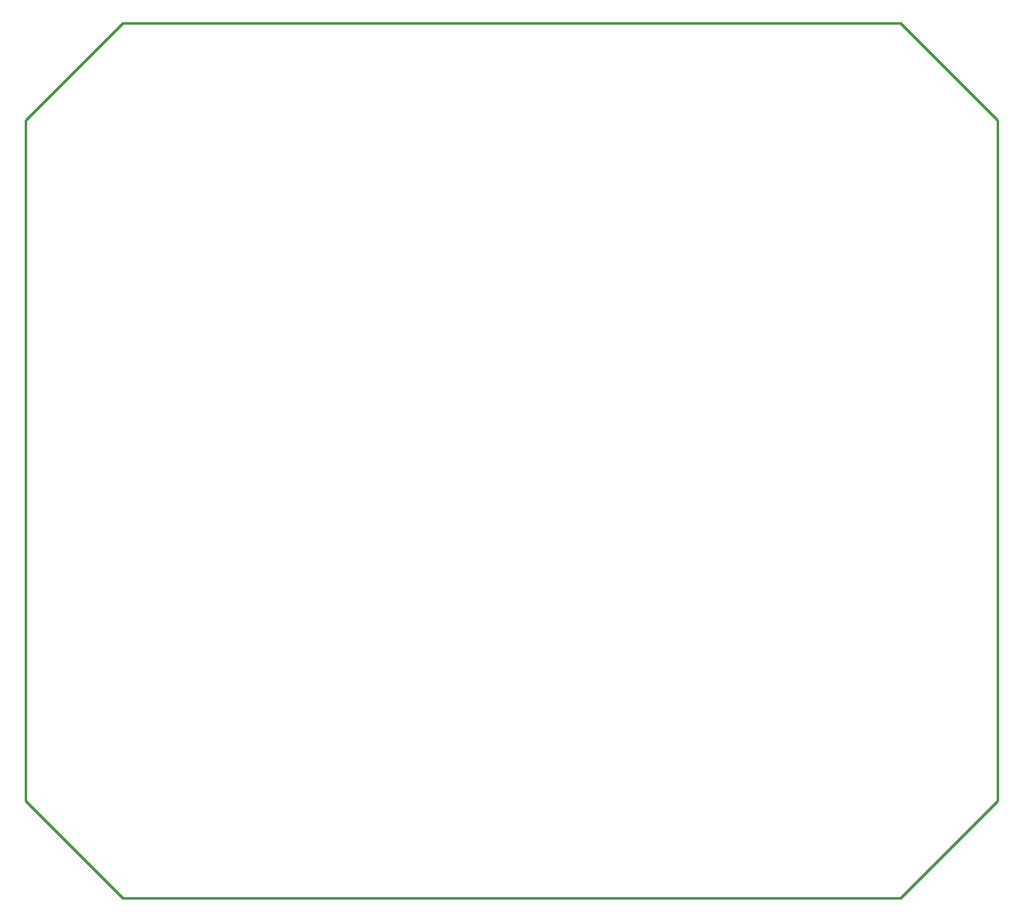
<source format=gko>
G04 Layer_Color=16711935*
%FSLAX25Y25*%
%MOIN*%
G70*
G01*
G75*
%ADD49C,0.01000*%
D49*
X0Y39370D02*
Y314961D01*
Y39370D02*
X39370Y0D01*
X354331D01*
X393701Y39370D01*
Y314961D01*
X354331Y354331D02*
X393701Y314961D01*
X39370Y354331D02*
X354331D01*
X0Y314961D02*
X39370Y354331D01*
M02*

</source>
